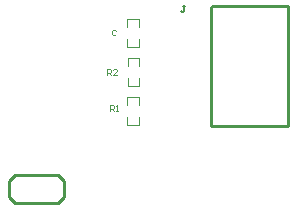
<source format=gto>
%FSLAX25Y25*%
%MOIN*%
G70*
G01*
G75*
%ADD10R,0.11811X0.05906*%
%ADD11R,0.11811X0.03937*%
%ADD12R,0.03000X0.02500*%
%ADD13C,0.01000*%
%ADD14C,0.06000*%
%ADD15C,0.03000*%
%ADD16C,0.03937*%
%ADD17C,0.23622*%
%ADD18C,0.00300*%
%ADD19C,0.00500*%
%ADD20C,0.00394*%
D13*
X51784Y10425D02*
X53284D01*
X55283Y12425D01*
Y17925D01*
X53284Y19925D02*
X55283Y17925D01*
X38783Y19925D02*
X53284D01*
X36783Y17925D02*
X38783Y19925D01*
X36783Y12425D02*
Y17925D01*
Y12425D02*
X38783Y10425D01*
X51784D01*
X104331Y36299D02*
X129831D01*
X104331D02*
Y75799D01*
X104831Y76299D01*
X129831D01*
Y36299D02*
Y76299D01*
D18*
X76395Y43383D02*
Y45983D01*
Y36683D02*
Y39283D01*
X80195Y43383D02*
Y45983D01*
Y36683D02*
Y39283D01*
X76395Y36683D02*
X80195D01*
X76395Y45983D02*
X80195D01*
X76446Y56375D02*
Y58975D01*
Y49675D02*
Y52275D01*
X80247Y56375D02*
Y58975D01*
Y49675D02*
Y52275D01*
X76446Y49675D02*
X80247D01*
X76446Y58975D02*
X80247D01*
X76384Y69257D02*
Y71857D01*
Y62557D02*
Y65157D01*
X80184Y69257D02*
Y71857D01*
Y62557D02*
Y65157D01*
X76384Y62557D02*
X80184D01*
X76384Y71857D02*
X80184D01*
D19*
X95495Y76299D02*
X94829D01*
X95162D01*
Y74632D01*
X94829Y74299D01*
X94495D01*
X94162Y74632D01*
D20*
X70472Y41339D02*
Y43306D01*
X71456D01*
X71784Y42979D01*
Y42322D01*
X71456Y41995D01*
X70472D01*
X71128D02*
X71784Y41339D01*
X72440D02*
X73096D01*
X72768D01*
Y43306D01*
X72440Y42979D01*
X69685Y53150D02*
Y55117D01*
X70669D01*
X70997Y54790D01*
Y54133D01*
X70669Y53806D01*
X69685D01*
X70341D02*
X70997Y53150D01*
X72965D02*
X71653D01*
X72965Y54461D01*
Y54790D01*
X72637Y55117D01*
X71981D01*
X71653Y54790D01*
X72560Y68065D02*
X72232Y68393D01*
X71576D01*
X71248Y68065D01*
Y66753D01*
X71576Y66425D01*
X72232D01*
X72560Y66753D01*
M02*

</source>
